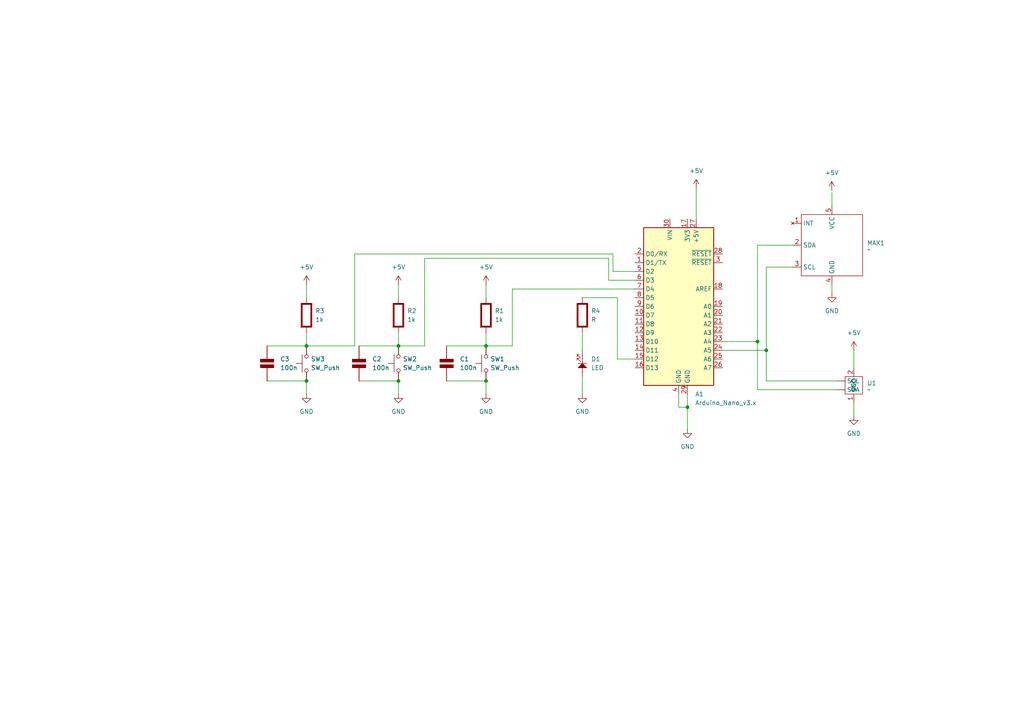
<source format=kicad_sch>
(kicad_sch (version 20231120) (generator "eeschema") (generator_version "8.0")
  (paper "A4")
  (lib_symbols
    (symbol "MCU_Module:Arduino_Nano_v3.x"
      (property "Reference" "A" (at -10.16 23.495 0))
      (property "Value" "Arduino_Nano_v3.x" (at 5.08 -24.13 0))
      (symbol "Arduino_Nano_v3.x_0_1"
        (rectangle (start -10.16 22.86) (end 10.16 -22.86) (stroke (width 0.254)) (fill (type background)))
      )
      (symbol "Arduino_Nano_v3.x_1_1"
        (pin bidirectional line (at -12.7 12.7 0) (length 2.54) (name "D1/TX") (number "1"))
        (pin bidirectional line (at -12.7 -2.54 0) (length 2.54) (name "D7") (number "10"))
        (pin bidirectional line (at -12.7 -5.08 0) (length 2.54) (name "D8") (number "11"))
        (pin bidirectional line (at -12.7 -7.62 0) (length 2.54) (name "D9") (number "12"))
        (pin bidirectional line (at -12.7 -10.16 0) (length 2.54) (name "D10") (number "13"))
        (pin bidirectional line (at -12.7 -12.7 0) (length 2.54) (name "D11") (number "14"))
        (pin bidirectional line (at -12.7 -15.24 0) (length 2.54) (name "D12") (number "15"))
        (pin bidirectional line (at -12.7 -17.78 0) (length 2.54) (name "D13") (number "16"))
        (pin power_out line (at 2.54 25.4 270) (length 2.54) (name "3V3") (number "17"))
        (pin input line (at 12.7 5.08 180) (length 2.54) (name "AREF") (number "18"))
        (pin bidirectional line (at 12.7 0 180) (length 2.54) (name "A0") (number "19"))
        (pin bidirectional line (at -12.7 15.24 0) (length 2.54) (name "D0/RX") (number "2"))
        (pin bidirectional line (at 12.7 -2.54 180) (length 2.54) (name "A1") (number "20"))
        (pin bidirectional line (at 12.7 -5.08 180) (length 2.54) (name "A2") (number "21"))
        (pin bidirectional line (at 12.7 -7.62 180) (length 2.54) (name "A3") (number "22"))
        (pin bidirectional line (at 12.7 -10.16 180) (length 2.54) (name "A4") (number "23"))
        (pin bidirectional line (at 12.7 -12.7 180) (length 2.54) (name "A5") (number "24"))
        (pin bidirectional line (at 12.7 -15.24 180) (length 2.54) (name "A6") (number "25"))
        (pin bidirectional line (at 12.7 -17.78 180) (length 2.54) (name "A7") (number "26"))
        (pin power_out line (at 5.08 25.4 270) (length 2.54) (name "+5V") (number "27"))
        (pin input line (at 12.7 15.24 180) (length 2.54) (name "~{RESET}") (number "28"))
        (pin power_in line (at 2.54 -25.4 90) (length 2.54) (name "GND") (number "29"))
        (pin input line (at 12.7 12.7 180) (length 2.54) (name "~{RESET}") (number "3"))
        (pin power_in line (at -2.54 25.4 270) (length 2.54) (name "VIN") (number "30"))
        (pin power_in line (at 0 -25.4 90) (length 2.54) (name "GND") (number "4"))
        (pin bidirectional line (at -12.7 10.16 0) (length 2.54) (name "D2") (number "5"))
        (pin bidirectional line (at -12.7 7.62 0) (length 2.54) (name "D3") (number "6"))
        (pin bidirectional line (at -12.7 5.08 0) (length 2.54) (name "D4") (number "7"))
        (pin bidirectional line (at -12.7 2.54 0) (length 2.54) (name "D5") (number "8"))
        (pin bidirectional line (at -12.7 0 0) (length 2.54) (name "D6") (number "9"))
      )
    )
    (symbol "New_Library:oled"
      (property "Reference" "U" (at 0 0 0))
      (symbol "oled_0_1"
        (rectangle (start -2.54 2.54) (end 2.54 -2.54))
      )
      (symbol "oled_1_1"
        (pin bidirectional line (at -5.08 1.27 0) (length 2.54) (name "SCL") (number ""))
        (pin input line (at -5.08 -1.27 0) (length 2.54) (name "SDA") (number ""))
        (pin power_out line (at 0 -5.08 90) (length 2.54) (name "GND") (number "1"))
        (pin power_in line (at 0 5.08 270) (length 2.54) (name "VCC") (number "2"))
      )
    )
    (symbol "New_Library:spo2_stuff"
      (property "Reference" "MAX30102" (at 13.97 0 0))
      (symbol "spo2_stuff_0_1"
        (rectangle (start -8.89 8.89) (end 8.89 -8.89))
      )
      (symbol "spo2_stuff_1_1"
        (pin no_connect line (at -11.43 6.35 0) (length 2.54) (name "INT") (number "1"))
        (pin bidirectional line (at -11.43 0 0) (length 2.54) (name "SDA") (number "2"))
        (pin input line (at -11.43 -6.35 0) (length 2.54) (name "SCL") (number "3"))
        (pin power_out line (at 0 -11.43 90) (length 2.54) (name "GND") (number "4"))
        (pin power_in line (at 0 11.43 270) (length 2.54) (name "VCC") (number "5"))
      )
    )
    (symbol "PCM_Elektuur:C" (pin_numbers hide) (pin_names (offset 0) hide)
      (property "Reference" "C" (at 0.635 3.175 0))
      (property "Value" "C" (at 0.635 -3.175 0))
      (symbol "C_1_1"
        (rectangle (start -1.905 -0.4318) (end 1.905 -1.1938) (stroke (width 0.254)) (fill (type outline)))
        (rectangle (start -1.905 1.1938) (end 1.905 0.4318) (stroke (width 0.254)) (fill (type outline)))
        (pin passive line (at 0 5.08 270) (length 3.8862) (name "+") (number "1"))
        (pin passive line (at 0 -5.08 90) (length 3.8862) (name "-") (number "2"))
      )
      (symbol "C_1_2"
        (polyline (pts (xy -1.905 -1.4986) (xy 1.905 -1.4986) (xy 1.905 -0.4318) (xy -1.905 -0.4318) (xy -1.905 -1.4986) (xy -1.8034 -1.397) (xy -1.8034 -0.5334) (xy 1.8034 -0.5334) (xy 1.8034 -1.397) (xy -1.8034 -1.397) (xy -1.905 -1.4986)) (stroke (width 0.254)) (fill (type outline)))
        (polyline (pts (xy -1.905 0.4318) (xy 1.905 0.4318) (xy 1.905 1.4986) (xy -1.905 1.4986) (xy -1.905 0.4318) (xy -1.8034 0.5334) (xy -1.8034 1.397) (xy 1.8034 1.397) (xy 1.8034 0.5334) (xy -1.8034 0.5334) (xy -1.905 0.4318)) (stroke (width 0.254)) (fill (type outline)))
        (pin passive line (at 0 5.08 270) (length 3.5814) (name "+") (number "1"))
        (pin passive line (at 0 -5.08 90) (length 3.5814) (name "-") (number "2"))
      )
    )
    (symbol "PCM_Elektuur:R" (pin_numbers hide) (pin_names (offset 0) hide)
      (property "Reference" "R" (at 2.54 3.175 0))
      (property "Value" "R" (at 0 0 90))
      (symbol "R_1_1"
        (polyline (pts (xy -1.524 -3.429) (xy 1.524 -3.429) (xy 1.524 3.429) (xy -1.524 3.429) (xy -1.524 -3.429) (xy -1.27 -3.175) (xy -1.27 3.175) (xy 1.27 3.175) (xy 1.27 -3.175) (xy -1.27 -3.175) (xy -1.524 -3.429)) (stroke (width 0.254)) (fill (type outline)))
        (pin passive line (at 0 5.08 270) (length 1.651) (name "+") (number "1"))
        (pin passive line (at 0 -5.08 90) (length 1.651) (name "-") (number "2"))
      )
      (symbol "R_1_2"
        (polyline (pts (xy -0.508 -3.429) (xy 1.524 -3.429) (xy 1.524 3.429) (xy -0.508 3.429) (xy -0.508 3.175) (xy 1.27 3.175) (xy 1.27 -3.175) (xy -0.508 -3.175) (xy -0.508 -3.429)) (stroke (width 0.254)) (fill (type outline)))
        (pin passive line (at 0 5.08 270) (length 1.651) (name "+") (number "1"))
        (pin passive line (at 0 -5.08 90) (length 1.651) (name "-") (number "2"))
      )
      (symbol "R_1_3"
        (polyline (pts (xy 0 3.4798) (xy 0 3.2004) (xy 0.7112 2.794) (xy -1.1938 1.6764) (xy 0.7112 0.5588) (xy -1.1938 -0.5588) (xy 0.7112 -1.6764) (xy -1.1938 -2.794) (xy 0 -3.4798) (xy 0 -3.2004) (xy -0.7112 -2.794) (xy 1.1938 -1.6764) (xy -0.7112 -0.5588) (xy 1.1938 0.5588) (xy -0.7112 1.6764) (xy 1.1938 2.794) (xy 0 3.4798)) (stroke (width 0.254)) (fill (type outline)))
        (pin passive line (at 0 5.08 270) (length 1.6002) (name "+") (number "1"))
        (pin passive line (at 0 -5.08 90) (length 1.6002) (name "-") (number "2"))
      )
      (symbol "R_1_4"
        (polyline (pts (xy 0 4.5466) (xy 0 4.2672) (xy 0.0508 4.2418) (xy 1.016 3.683) (xy -1.524 2.2098) (xy 1.016 0.7366) (xy -1.524 -0.7366) (xy 1.016 -2.2098) (xy -1.524 -3.683) (xy -0.0762 -4.5212) (xy 0 -4.5466) (xy 0 -4.2672) (xy -0.0508 -4.2418) (xy -1.016 -3.683) (xy 1.524 -2.2098) (xy -1.016 -0.7366) (xy 1.524 0.7366) (xy -1.016 2.2098) (xy 1.524 3.683) (xy 0.0762 4.5212) (xy 0 4.5466)) (stroke (width 0.254)) (fill (type outline)))
        (pin passive line (at 0 5.08 270) (length 0.5334) (name "+") (number "1"))
        (pin passive line (at 0 -5.08 90) (length 0.5334) (name "-") (number "2"))
      )
    )
    (symbol "PCM_SL_Devices:LED"
      (property "Reference" "D" (at -0.508 5.334 0))
      (property "Value" "LED" (at -0.508 2.794 0))
      (symbol "LED_0_1"
        (polyline (pts (xy -1.27 0) (xy -2.54 0)))
        (polyline (pts (xy 0 1.27) (xy 0 -1.27)))
        (polyline (pts (xy 0.508 0.508) (xy 1.524 1.524)))
        (polyline (pts (xy 1.27 0) (xy 2.54 0)))
        (polyline (pts (xy 1.524 0.508) (xy 2.54 1.524)))
        (polyline (pts (xy 1.524 1.524) (xy 0.889 1.524)))
        (polyline (pts (xy 1.524 1.524) (xy 1.524 0.889)))
        (polyline (pts (xy 2.54 1.524) (xy 1.905 1.524)))
        (polyline (pts (xy 2.54 1.524) (xy 2.54 0.889)))
        (polyline (pts (xy 0 0) (xy -1.27 -1.27) (xy -1.27 1.27) (xy 0 0) (xy 1.27 0)) (fill (type outline)))
      )
      (symbol "LED_1_1"
        (pin passive line (at 3.81 0 180) (length 1.5) (name "~") (number "1"))
        (pin passive line (at -3.81 0 0) (length 1.5) (name "") (number "2"))
      )
    )
    (symbol "Switch:SW_Push" (pin_numbers hide) (pin_names (offset 1.016) hide)
      (property "Reference" "SW" (at 1.27 2.54 0))
      (property "Value" "SW_Push" (at 0 -1.524 0))
      (symbol "SW_Push_0_1"
        (circle (center -2.032 0) (radius 0.508))
        (polyline (pts (xy 0 1.27) (xy 0 3.048)))
        (polyline (pts (xy 2.54 1.27) (xy -2.54 1.27)))
        (circle (center 2.032 0) (radius 0.508))
        (pin passive line (at -5.08 0 0) (length 2.54) (name "1") (number "1"))
        (pin passive line (at 5.08 0 180) (length 2.54) (name "2") (number "2"))
      )
    )
    (symbol "power:+5V" (power) (pin_numbers hide) (pin_names (offset 0) hide)
      (property "Value" "+5V" (at 0 3.556 0))
      (symbol "+5V_0_1"
        (polyline (pts (xy -0.762 1.27) (xy 0 2.54)))
        (polyline (pts (xy 0 0) (xy 0 2.54)))
        (polyline (pts (xy 0 2.54) (xy 0.762 1.27)))
      )
      (symbol "+5V_1_1"
        (pin power_in line (at 0 0 90) (length 0) (name "~") (number "1"))
      )
    )
    (symbol "power:GND" (power) (pin_numbers hide) (pin_names (offset 0) hide)
      (property "Value" "GND" (at 0 -3.81 0))
      (symbol "GND_0_1"
        (polyline (pts (xy 0 0) (xy 0 -1.27) (xy 1.27 -1.27) (xy 0 -2.54) (xy -1.27 -1.27) (xy 0 -1.27)))
      )
      (symbol "GND_1_1"
        (pin power_in line (at 0 0 270) (length 0) (name "~") (number "1"))
      )
    )
  )
  (junction (at 199.39 118.11))
  (junction (at 88.9 110.49))
  (junction (at 140.97 100.33))
  (junction (at 222.25 101.6))
  (junction (at 115.57 110.49))
  (junction (at 88.9 100.33))
  (junction (at 140.97 110.49))
  (junction (at 115.57 100.33))
  (junction (at 219.71 99.06))
  (wire (pts (xy 115.57 100.33) (xy 123.19 100.33)))
  (wire (pts (xy 115.57 110.49) (xy 115.57 114.3)))
  (wire (pts (xy 115.57 96.52) (xy 115.57 100.33)))
  (wire (pts (xy 177.8 73.66) (xy 177.8 78.74)))
  (wire (pts (xy 219.71 113.03) (xy 242.57 113.03)))
  (wire (pts (xy 88.9 100.33) (xy 102.87 100.33)))
  (wire (pts (xy 222.25 77.47) (xy 222.25 101.6)))
  (wire (pts (xy 222.25 101.6) (xy 222.25 110.49)))
  (wire (pts (xy 123.19 100.33) (xy 123.19 74.93)))
  (wire (pts (xy 209.55 99.06) (xy 219.71 99.06)))
  (wire (pts (xy 241.3 82.55) (xy 241.3 85.09)))
  (wire (pts (xy 168.91 96.52) (xy 168.91 101.6)))
  (wire (pts (xy 129.54 100.33) (xy 140.97 100.33)))
  (wire (pts (xy 168.91 86.36) (xy 179.07 86.36)))
  (wire (pts (xy 140.97 96.52) (xy 140.97 100.33)))
  (wire (pts (xy 148.59 100.33) (xy 148.59 83.82)))
  (wire (pts (xy 77.47 110.49) (xy 88.9 110.49)))
  (wire (pts (xy 229.87 71.12) (xy 219.71 71.12)))
  (wire (pts (xy 241.3 55.88) (xy 241.3 59.69)))
  (wire (pts (xy 140.97 110.49) (xy 140.97 114.3)))
  (wire (pts (xy 176.53 74.93) (xy 176.53 81.28)))
  (wire (pts (xy 222.25 110.49) (xy 242.57 110.49)))
  (wire (pts (xy 179.07 104.14) (xy 184.15 104.14)))
  (wire (pts (xy 104.14 100.33) (xy 115.57 100.33)))
  (wire (pts (xy 196.85 114.3) (xy 196.85 118.11)))
  (wire (pts (xy 247.65 116.84) (xy 247.65 120.65)))
  (wire (pts (xy 140.97 100.33) (xy 148.59 100.33)))
  (wire (pts (xy 219.71 71.12) (xy 219.71 99.06)))
  (wire (pts (xy 219.71 99.06) (xy 219.71 113.03)))
  (wire (pts (xy 199.39 114.3) (xy 199.39 118.11)))
  (wire (pts (xy 176.53 81.28) (xy 184.15 81.28)))
  (wire (pts (xy 129.54 110.49) (xy 140.97 110.49)))
  (wire (pts (xy 177.8 78.74) (xy 184.15 78.74)))
  (wire (pts (xy 209.55 101.6) (xy 222.25 101.6)))
  (wire (pts (xy 102.87 73.66) (xy 177.8 73.66)))
  (wire (pts (xy 88.9 96.52) (xy 88.9 100.33)))
  (wire (pts (xy 148.59 83.82) (xy 184.15 83.82)))
  (wire (pts (xy 229.87 77.47) (xy 222.25 77.47)))
  (wire (pts (xy 168.91 109.22) (xy 168.91 114.3)))
  (wire (pts (xy 88.9 110.49) (xy 88.9 114.3)))
  (wire (pts (xy 199.39 118.11) (xy 199.39 124.46)))
  (wire (pts (xy 247.65 101.6) (xy 247.65 106.68)))
  (wire (pts (xy 77.47 100.33) (xy 88.9 100.33)))
  (wire (pts (xy 88.9 82.55) (xy 88.9 86.36)))
  (wire (pts (xy 201.93 54.61) (xy 201.93 63.5)))
  (wire (pts (xy 104.14 110.49) (xy 115.57 110.49)))
  (wire (pts (xy 115.57 82.55) (xy 115.57 86.36)))
  (wire (pts (xy 179.07 86.36) (xy 179.07 104.14)))
  (wire (pts (xy 123.19 74.93) (xy 176.53 74.93)))
  (wire (pts (xy 102.87 100.33) (xy 102.87 73.66)))
  (wire (pts (xy 140.97 82.55) (xy 140.97 86.36)))
  (wire (pts (xy 196.85 118.11) (xy 199.39 118.11)))
  (symbol (lib_id "power:+5V") (at 115.57 82.55 0) (unit 1)
    (property "Reference" "#PWR07" (effects (hide yes)))
    (property "Value" "+5V" (at 115.57 77.47 0))
    (property "Description" "Power symbol creates a global label with name \"+5V\"" (effects (hide yes)))
  )
  (symbol (lib_id "power:+5V") (at 247.65 101.6 0) (unit 1)
    (property "Reference" "#PWR013" (effects (hide yes)))
    (property "Value" "+5V" (at 247.65 96.52 0))
    (property "Description" "Power symbol creates a global label with name \"+5V\"" (effects (hide yes)))
  )
  (symbol (lib_id "PCM_Elektuur:R") (at 115.57 91.44 0) (unit 1)
    (property "Reference" "R2" (at 118.11 90.1699 0) (effects (justify left)))
    (property "Value" "1k" (at 118.11 92.7099 0) (effects (justify left)))
    (property "Description" "resistor" (effects (hide yes)))
    (property "Indicator" "+" (effects (hide yes)))
    (property "Rating" "W" (effects (hide yes)))
  )
  (symbol (lib_id "power:GND") (at 168.91 114.3 0) (unit 1)
    (property "Reference" "#PWR09" (effects (hide yes)))
    (property "Value" "GND" (at 168.91 119.38 0))
    (property "Description" "Power symbol creates a global label with name \"GND\" , ground" (effects (hide yes)))
  )
  (symbol (lib_id "power:GND") (at 115.57 114.3 0) (unit 1)
    (property "Reference" "#PWR04" (effects (hide yes)))
    (property "Value" "GND" (at 115.57 119.38 0))
    (property "Description" "Power symbol creates a global label with name \"GND\" , ground" (effects (hide yes)))
  )
  (symbol (lib_id "Switch:SW_Push") (at 88.9 105.41 90) (unit 1)
    (property "Reference" "SW3" (at 90.17 104.1399 90) (effects (justify right)))
    (property "Value" "SW_Push" (at 90.17 106.6799 90) (effects (justify right)))
    (property "Description" "Push button switch, generic, two pins" (effects (hide yes)))
  )
  (symbol (lib_id "MCU_Module:Arduino_Nano_v3.x") (at 196.85 88.9 0) (unit 1)
    (property "Reference" "A1" (at 201.5841 114.3 0) (effects (justify left)))
    (property "Value" "Arduino_Nano_v3.x" (at 201.5841 116.84 0) (effects (justify left)))
    (property "Footprint" "Module:Arduino_Nano" (effects (hide yes)))
    (property "Datasheet" "http://www.mouser.com/pdfdocs/Gravitech_Arduino_Nano3_0.pdf" (effects (hide yes)))
    (property "Description" "Arduino Nano v3.x" (effects (hide yes)))
  )
  (symbol (lib_id "Switch:SW_Push") (at 140.97 105.41 90) (unit 1)
    (property "Reference" "SW1" (at 142.24 104.1399 90) (effects (justify right)))
    (property "Value" "SW_Push" (at 142.24 106.6799 90) (effects (justify right)))
    (property "Description" "Push button switch, generic, two pins" (effects (hide yes)))
  )
  (symbol (lib_id "power:GND") (at 241.3 85.09 0) (unit 1)
    (property "Reference" "#PWR010" (effects (hide yes)))
    (property "Value" "GND" (at 241.3 90.17 0))
    (property "Description" "Power symbol creates a global label with name \"GND\" , ground" (effects (hide yes)))
  )
  (symbol (lib_id "PCM_Elektuur:R") (at 168.91 91.44 0) (unit 1)
    (property "Reference" "R4" (at 171.45 90.1699 0) (effects (justify left)))
    (property "Value" "R" (at 171.45 92.7099 0) (effects (justify left)))
    (property "Description" "resistor" (effects (hide yes)))
    (property "Indicator" "+" (effects (hide yes)))
    (property "Rating" "W" (effects (hide yes)))
  )
  (symbol (lib_id "power:GND") (at 199.39 124.46 0) (unit 1)
    (property "Reference" "#PWR01" (effects (hide yes)))
    (property "Value" "GND" (at 199.39 129.54 0))
    (property "Description" "Power symbol creates a global label with name \"GND\" , ground" (effects (hide yes)))
  )
  (symbol (lib_id "power:+5V") (at 201.93 54.61 0) (unit 1)
    (property "Reference" "#PWR02" (effects (hide yes)))
    (property "Value" "+5V" (at 201.93 49.53 0))
    (property "Description" "Power symbol creates a global label with name \"+5V\"" (effects (hide yes)))
  )
  (symbol (lib_id "power:+5V") (at 88.9 82.55 0) (unit 1)
    (property "Reference" "#PWR06" (effects (hide yes)))
    (property "Value" "+5V" (at 88.9 77.47 0))
    (property "Description" "Power symbol creates a global label with name \"+5V\"" (effects (hide yes)))
  )
  (symbol (lib_id "PCM_SL_Devices:LED") (at 168.91 105.41 90) (unit 1)
    (property "Reference" "D1" (at 171.45 104.1399 90) (effects (justify right)))
    (property "Value" "LED" (at 171.45 106.6799 90) (effects (justify right)))
    (property "Footprint" "LED_THT:LED_D5.0mm" (effects (hide yes)))
    (property "Description" "Common 5mm diameter LED" (effects (hide yes)))
  )
  (symbol (lib_id "PCM_Elektuur:R") (at 140.97 91.44 0) (unit 1)
    (property "Reference" "R1" (at 143.51 90.1699 0) (effects (justify left)))
    (property "Value" "1k" (at 143.51 92.7099 0) (effects (justify left)))
    (property "Description" "resistor" (effects (hide yes)))
    (property "Indicator" "+" (effects (hide yes)))
    (property "Rating" "W" (effects (hide yes)))
  )
  (symbol (lib_id "New_Library:oled") (at 247.65 111.76 0) (unit 1)
    (property "Reference" "U1" (at 251.46 111.1249 0) (effects (justify left)))
    (property "Value" "~" (at 251.46 113.03 0) (effects (justify left)))
  )
  (symbol (lib_id "PCM_Elektuur:R") (at 88.9 91.44 0) (unit 1)
    (property "Reference" "R3" (at 91.44 90.1699 0) (effects (justify left)))
    (property "Value" "1k" (at 91.44 92.7099 0) (effects (justify left)))
    (property "Description" "resistor" (effects (hide yes)))
    (property "Indicator" "+" (effects (hide yes)))
    (property "Rating" "W" (effects (hide yes)))
  )
  (symbol (lib_id "Switch:SW_Push") (at 115.57 105.41 90) (unit 1)
    (property "Reference" "SW2" (at 116.84 104.1399 90) (effects (justify right)))
    (property "Value" "SW_Push" (at 116.84 106.6799 90) (effects (justify right)))
    (property "Description" "Push button switch, generic, two pins" (effects (hide yes)))
  )
  (symbol (lib_id "power:+5V") (at 241.2524 55.2041 0) (unit 1)
    (property "Reference" "#PWR012" (effects (hide yes)))
    (property "Value" "+5V" (at 241.2524 50.1241 0))
    (property "Description" "Power symbol creates a global label with name \"+5V\"" (effects (hide yes)))
  )
  (symbol (lib_id "PCM_Elektuur:C") (at 104.14 105.41 0) (unit 1)
    (property "Reference" "C2" (at 107.95 104.1399 0) (effects (justify left)))
    (property "Value" "100n" (at 107.95 106.6799 0) (effects (justify left)))
    (property "Description" "capacitor, non-polarized/bipolar" (effects (hide yes)))
    (property "Indicator" "+" (effects (hide yes)))
    (property "Rating" "V" (effects (hide yes)))
  )
  (symbol (lib_id "power:+5V") (at 140.97 82.55 0) (unit 1)
    (property "Reference" "#PWR08" (effects (hide yes)))
    (property "Value" "+5V" (at 140.97 77.47 0))
    (property "Description" "Power symbol creates a global label with name \"+5V\"" (effects (hide yes)))
  )
  (symbol (lib_id "power:GND") (at 140.97 114.3 0) (unit 1)
    (property "Reference" "#PWR03" (effects (hide yes)))
    (property "Value" "GND" (at 140.97 119.38 0))
    (property "Description" "Power symbol creates a global label with name \"GND\" , ground" (effects (hide yes)))
  )
  (symbol (lib_id "New_Library:spo2_stuff") (at 241.3 71.12 0) (unit 1)
    (property "Reference" "MAX1" (at 251.46 70.4849 0) (effects (justify left)))
    (property "Value" "~" (at 251.46 72.39 0) (effects (justify left)))
  )
  (symbol (lib_id "power:GND") (at 88.9 114.3 0) (unit 1)
    (property "Reference" "#PWR05" (effects (hide yes)))
    (property "Value" "GND" (at 88.9 119.38 0))
    (property "Description" "Power symbol creates a global label with name \"GND\" , ground" (effects (hide yes)))
  )
  (symbol (lib_id "PCM_Elektuur:C") (at 129.54 105.41 0) (unit 1)
    (property "Reference" "C1" (at 133.35 104.1399 0) (effects (justify left)))
    (property "Value" "100n" (at 133.35 106.6799 0) (effects (justify left)))
    (property "Description" "capacitor, non-polarized/bipolar" (effects (hide yes)))
    (property "Indicator" "+" (effects (hide yes)))
    (property "Rating" "V" (effects (hide yes)))
  )
  (symbol (lib_id "PCM_Elektuur:C") (at 77.47 105.41 0) (unit 1)
    (property "Reference" "C3" (at 81.28 104.1399 0) (effects (justify left)))
    (property "Value" "100n" (at 81.28 106.6799 0) (effects (justify left)))
    (property "Description" "capacitor, non-polarized/bipolar" (effects (hide yes)))
    (property "Indicator" "+" (effects (hide yes)))
    (property "Rating" "V" (effects (hide yes)))
  )
  (symbol (lib_id "power:GND") (at 247.65 120.65 0) (unit 1)
    (property "Reference" "#PWR011" (effects (hide yes)))
    (property "Value" "GND" (at 247.65 125.73 0))
    (property "Description" "Power symbol creates a global label with name \"GND\" , ground" (effects (hide yes)))
  )
)
</source>
